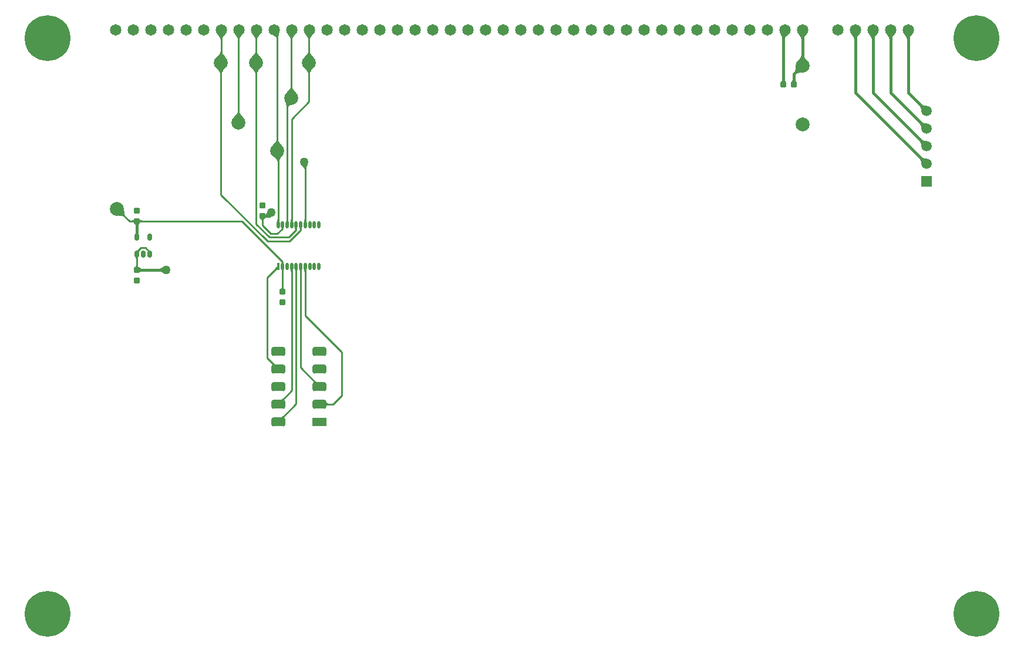
<source format=gtl>
%FSLAX23Y23*%
%MOIN*%
G70*
G01*
G75*
G04 Layer_Physical_Order=1*
G04 Layer_Color=255*
G04:AMPARAMS|DCode=10|XSize=50mil|YSize=80mil|CornerRadius=13mil|HoleSize=0mil|Usage=FLASHONLY|Rotation=90.000|XOffset=0mil|YOffset=0mil|HoleType=Round|Shape=RoundedRectangle|*
%AMROUNDEDRECTD10*
21,1,0.050,0.055,0,0,90.0*
21,1,0.025,0.080,0,0,90.0*
1,1,0.025,0.028,0.013*
1,1,0.025,0.028,-0.013*
1,1,0.025,-0.028,-0.013*
1,1,0.025,-0.028,0.013*
%
%ADD10ROUNDEDRECTD10*%
%ADD11R,0.080X0.050*%
%ADD12O,0.018X0.041*%
%ADD13R,0.018X0.041*%
G04:AMPARAMS|DCode=14|XSize=35mil|YSize=35mil|CornerRadius=5mil|HoleSize=0mil|Usage=FLASHONLY|Rotation=0.000|XOffset=0mil|YOffset=0mil|HoleType=Round|Shape=RoundedRectangle|*
%AMROUNDEDRECTD14*
21,1,0.035,0.025,0,0,0.0*
21,1,0.025,0.035,0,0,0.0*
1,1,0.011,0.012,-0.012*
1,1,0.011,-0.012,-0.012*
1,1,0.011,-0.012,0.012*
1,1,0.011,0.012,0.012*
%
%ADD14ROUNDEDRECTD14*%
G04:AMPARAMS|DCode=15|XSize=35mil|YSize=35mil|CornerRadius=5mil|HoleSize=0mil|Usage=FLASHONLY|Rotation=90.000|XOffset=0mil|YOffset=0mil|HoleType=Round|Shape=RoundedRectangle|*
%AMROUNDEDRECTD15*
21,1,0.035,0.025,0,0,90.0*
21,1,0.025,0.035,0,0,90.0*
1,1,0.011,0.012,0.012*
1,1,0.011,0.012,-0.012*
1,1,0.011,-0.012,-0.012*
1,1,0.011,-0.012,0.012*
%
%ADD15ROUNDEDRECTD15*%
G04:AMPARAMS|DCode=16|XSize=24mil|YSize=39mil|CornerRadius=6mil|HoleSize=0mil|Usage=FLASHONLY|Rotation=0.000|XOffset=0mil|YOffset=0mil|HoleType=Round|Shape=RoundedRectangle|*
%AMROUNDEDRECTD16*
21,1,0.024,0.028,0,0,0.0*
21,1,0.012,0.039,0,0,0.0*
1,1,0.012,0.006,-0.014*
1,1,0.012,-0.006,-0.014*
1,1,0.012,-0.006,0.014*
1,1,0.012,0.006,0.014*
%
%ADD16ROUNDEDRECTD16*%
%ADD17C,0.010*%
%ADD18C,0.015*%
%ADD19C,0.079*%
%ADD20C,0.065*%
%ADD21C,0.260*%
%ADD22C,0.059*%
%ADD23R,0.059X0.059*%
%ADD24C,0.050*%
G36*
X3370Y4425D02*
X3370Y4422D01*
X3370Y4421D01*
X3371Y4419D01*
X3371Y4418D01*
X3371Y4417D01*
X3372Y4415D01*
X3372Y4414D01*
X3373Y4413D01*
X3357D01*
X3357Y4414D01*
X3358Y4415D01*
X3358Y4417D01*
X3359Y4418D01*
X3359Y4419D01*
X3359Y4421D01*
X3360Y4422D01*
X3360Y4425D01*
X3360Y4427D01*
X3370D01*
X3370Y4425D01*
D02*
G37*
G36*
X2577Y4403D02*
X2575Y4402D01*
X2574Y4401D01*
X2573Y4400D01*
X2572Y4399D01*
X2572Y4397D01*
X2571Y4395D01*
X2571Y4392D01*
X2571Y4390D01*
X2570Y4387D01*
X2556D01*
X2555Y4390D01*
X2555Y4392D01*
X2555Y4395D01*
X2554Y4397D01*
X2554Y4399D01*
X2553Y4400D01*
X2552Y4401D01*
X2551Y4402D01*
X2549Y4403D01*
X2548Y4403D01*
X2578D01*
X2577Y4403D01*
D02*
G37*
G36*
X3447Y4425D02*
X3447Y4422D01*
X3447Y4421D01*
X3447Y4419D01*
X3448Y4418D01*
X3448Y4417D01*
X3449Y4415D01*
X3449Y4414D01*
X3450Y4413D01*
X3433D01*
X3434Y4414D01*
X3435Y4415D01*
X3435Y4417D01*
X3435Y4418D01*
X3436Y4419D01*
X3436Y4421D01*
X3436Y4422D01*
X3437Y4425D01*
X3437Y4427D01*
X3447D01*
X3447Y4425D01*
D02*
G37*
G36*
X3421D02*
X3421Y4422D01*
X3422Y4421D01*
X3422Y4419D01*
X3422Y4418D01*
X3423Y4417D01*
X3423Y4415D01*
X3424Y4414D01*
X3424Y4413D01*
X3408D01*
X3408Y4414D01*
X3409Y4415D01*
X3409Y4417D01*
X3410Y4418D01*
X3410Y4419D01*
X3411Y4421D01*
X3411Y4422D01*
X3411Y4425D01*
X3411Y4427D01*
X3421D01*
X3421Y4425D01*
D02*
G37*
G36*
X2570Y4363D02*
X2571Y4361D01*
X2571Y4354D01*
X2571Y4352D01*
X2572Y4351D01*
X2572Y4349D01*
X2573Y4348D01*
X2573Y4346D01*
X2574Y4345D01*
X2551D01*
X2552Y4347D01*
X2553Y4348D01*
X2553Y4350D01*
X2554Y4351D01*
X2554Y4353D01*
X2555Y4355D01*
X2555Y4359D01*
X2555Y4361D01*
X2556Y4364D01*
X2570Y4363D01*
D02*
G37*
G36*
X2580Y4255D02*
X2578Y4253D01*
X2575Y4249D01*
X2574Y4248D01*
X2573Y4246D01*
X2573Y4245D01*
X2573Y4244D01*
X2573Y4243D01*
X2573Y4243D01*
X2574Y4242D01*
X2554Y4250D01*
X2556Y4250D01*
X2558Y4251D01*
X2559Y4251D01*
X2561Y4252D01*
X2562Y4253D01*
X2563Y4253D01*
X2565Y4254D01*
X2566Y4255D01*
X2567Y4256D01*
X2568Y4258D01*
X2580Y4255D01*
D02*
G37*
G36*
X3473Y4380D02*
X3473Y4380D01*
X3472Y4380D01*
X3472Y4379D01*
X3472Y4379D01*
X3471Y4378D01*
X3471Y4377D01*
X3471Y4375D01*
X3471Y4374D01*
X3470Y4370D01*
X3460Y4371D01*
X3460Y4373D01*
X3460Y4380D01*
X3460Y4381D01*
X3460Y4382D01*
X3459Y4382D01*
X3459Y4383D01*
X3473Y4380D01*
D02*
G37*
G36*
X3500Y4382D02*
X3500Y4381D01*
X3499Y4380D01*
X3499Y4378D01*
X3499Y4377D01*
X3498Y4376D01*
X3498Y4374D01*
X3498Y4371D01*
X3498Y4369D01*
X3488D01*
X3488Y4371D01*
X3488Y4374D01*
X3487Y4376D01*
X3487Y4377D01*
X3487Y4378D01*
X3486Y4380D01*
X3486Y4381D01*
X3485Y4382D01*
X3485Y4383D01*
X3501D01*
X3500Y4382D01*
D02*
G37*
G36*
X3523Y4426D02*
X3523Y4422D01*
X3524Y4421D01*
X3524Y4420D01*
X3524Y4418D01*
X3525Y4417D01*
X3525Y4416D01*
X3526Y4414D01*
X3527Y4413D01*
X3510D01*
X3511Y4414D01*
X3511Y4415D01*
X3512Y4416D01*
X3512Y4418D01*
X3512Y4419D01*
X3513Y4420D01*
X3513Y4423D01*
X3513Y4425D01*
X3513Y4427D01*
X3523Y4427D01*
X3523Y4426D01*
D02*
G37*
G36*
X3531Y4738D02*
X3526Y4726D01*
X3525Y4724D01*
X3524Y4722D01*
X3523Y4720D01*
X3523Y4718D01*
X3523Y4717D01*
X3513Y4714D01*
X3513Y4716D01*
X3512Y4718D01*
X3512Y4720D01*
X3511Y4722D01*
X3510Y4724D01*
X3508Y4726D01*
X3506Y4727D01*
X3504Y4729D01*
X3502Y4731D01*
X3499Y4732D01*
X3533Y4741D01*
X3531Y4738D01*
D02*
G37*
G36*
X3324Y4445D02*
X3310Y4443D01*
Y4441D01*
X3307Y4441D01*
X3304Y4441D01*
X3302Y4440D01*
X3300Y4440D01*
X3298Y4439D01*
X3296Y4438D01*
X3295Y4437D01*
X3294Y4436D01*
X3294Y4435D01*
X3294Y4434D01*
Y4446D01*
X3288Y4456D01*
X3291Y4456D01*
X3293Y4456D01*
X3294Y4456D01*
Y4463D01*
X3294Y4462D01*
X3294Y4461D01*
X3295Y4460D01*
X3296Y4459D01*
X3298Y4458D01*
X3298Y4458D01*
X3298Y4458D01*
X3299Y4459D01*
X3300Y4460D01*
X3300Y4461D01*
X3300Y4462D01*
X3300Y4464D01*
X3324Y4445D01*
D02*
G37*
G36*
X3387Y4790D02*
X3375Y4773D01*
X3373Y4769D01*
X3372Y4766D01*
X3371Y4763D01*
X3370Y4761D01*
X3370Y4758D01*
X3360Y4757D01*
X3360Y4760D01*
X3359Y4763D01*
X3358Y4766D01*
X3356Y4769D01*
X3354Y4772D01*
X3351Y4775D01*
X3348Y4778D01*
X3345Y4782D01*
X3336Y4789D01*
X3391Y4795D01*
X3387Y4790D01*
D02*
G37*
G36*
X7019Y4781D02*
X7021Y4780D01*
X7024Y4779D01*
X7026Y4777D01*
X7029Y4777D01*
X7032Y4776D01*
X7035Y4775D01*
X7038Y4775D01*
X7041Y4775D01*
X7045Y4775D01*
X7015Y4745D01*
X7015Y4749D01*
X7015Y4752D01*
X7015Y4755D01*
X7014Y4758D01*
X7013Y4761D01*
X7013Y4764D01*
X7011Y4766D01*
X7010Y4769D01*
X7009Y4771D01*
X7007Y4772D01*
X7018Y4783D01*
X7019Y4781D01*
D02*
G37*
G36*
X3285Y4431D02*
X3284Y4430D01*
X3283Y4430D01*
X3283Y4429D01*
X3282Y4428D01*
X3282Y4427D01*
X3281Y4426D01*
X3281Y4424D01*
X3281Y4423D01*
X3281Y4421D01*
X3271D01*
X3271Y4423D01*
X3271Y4424D01*
X3271Y4426D01*
X3270Y4427D01*
X3270Y4428D01*
X3269Y4429D01*
X3269Y4430D01*
X3268Y4430D01*
X3267Y4431D01*
X3266Y4431D01*
X3286D01*
X3285Y4431D01*
D02*
G37*
G36*
X2545Y4425D02*
X2558Y4425D01*
Y4414D01*
X2557Y4414D01*
X2557Y4414D01*
X2555Y4414D01*
X2545Y4414D01*
Y4409D01*
X2545Y4410D01*
X2545Y4411D01*
X2545Y4412D01*
X2544Y4413D01*
X2543Y4413D01*
X2542Y4414D01*
X2540Y4414D01*
X2539Y4414D01*
X2537Y4414D01*
X2535Y4414D01*
Y4424D01*
X2537Y4425D01*
X2539Y4425D01*
X2540Y4425D01*
X2542Y4425D01*
X2543Y4426D01*
X2544Y4426D01*
X2545Y4427D01*
X2545Y4428D01*
X2545Y4429D01*
X2545Y4429D01*
Y4425D01*
D02*
G37*
G36*
X2489Y4484D02*
X2491Y4468D01*
X2491Y4464D01*
X2492Y4460D01*
X2493Y4457D01*
X2495Y4454D01*
X2496Y4451D01*
X2498Y4449D01*
X2491Y4442D01*
X2489Y4444D01*
X2486Y4445D01*
X2483Y4447D01*
X2480Y4448D01*
X2476Y4449D01*
X2472Y4449D01*
X2467Y4450D01*
X2456Y4451D01*
X2450Y4451D01*
X2489Y4490D01*
X2489Y4484D01*
D02*
G37*
G36*
X2581Y4429D02*
X2581Y4428D01*
X2581Y4427D01*
X2582Y4426D01*
X2583Y4426D01*
X2584Y4425D01*
X2586Y4425D01*
X2587Y4425D01*
X2589Y4425D01*
X2591Y4424D01*
Y4414D01*
X2589Y4414D01*
X2587Y4414D01*
X2586Y4414D01*
X2584Y4414D01*
X2583Y4413D01*
X2582Y4413D01*
X2581Y4412D01*
X2581Y4411D01*
X2581Y4410D01*
X2581Y4409D01*
Y4414D01*
X2568Y4414D01*
Y4425D01*
X2569Y4425D01*
X2569Y4425D01*
X2571Y4425D01*
X2581Y4424D01*
Y4429D01*
X2581Y4429D01*
D02*
G37*
G36*
X2631Y4256D02*
X2635Y4253D01*
X2637Y4252D01*
X2638Y4251D01*
X2639Y4250D01*
X2641Y4250D01*
X2642Y4250D01*
X2643Y4250D01*
X2644Y4250D01*
X2626Y4240D01*
X2626Y4241D01*
X2627Y4242D01*
X2627Y4243D01*
X2627Y4244D01*
X2626Y4245D01*
X2625Y4246D01*
X2624Y4248D01*
X2623Y4250D01*
X2619Y4254D01*
X2630Y4258D01*
X2631Y4256D01*
D02*
G37*
G36*
X3395Y4043D02*
X3395Y4042D01*
X3395Y4040D01*
X3396Y4039D01*
X3396Y4038D01*
X3397Y4037D01*
X3397Y4036D01*
X3398Y4036D01*
X3399Y4035D01*
X3400Y4035D01*
X3380D01*
X3381Y4035D01*
X3382Y4036D01*
X3383Y4036D01*
X3383Y4037D01*
X3384Y4038D01*
X3384Y4039D01*
X3385Y4040D01*
X3385Y4042D01*
X3385Y4043D01*
X3385Y4045D01*
X3395D01*
X3395Y4043D01*
D02*
G37*
G36*
X3342Y3611D02*
X3345Y3608D01*
X3346Y3607D01*
X3348Y3606D01*
X3349Y3606D01*
X3350Y3605D01*
X3352Y3605D01*
X3353Y3605D01*
X3354Y3605D01*
X3329Y3602D01*
X3330Y3602D01*
X3331Y3602D01*
X3332Y3603D01*
X3332Y3604D01*
X3332Y3604D01*
X3331Y3606D01*
X3331Y3607D01*
X3330Y3608D01*
X3328Y3610D01*
X3327Y3611D01*
X3340Y3612D01*
X3342Y3611D01*
D02*
G37*
G36*
X2579Y4156D02*
X2580Y4155D01*
X2581Y4154D01*
X2582Y4153D01*
X2583Y4152D01*
X2585Y4151D01*
X2587Y4151D01*
X2590Y4150D01*
X2593Y4150D01*
X2596Y4150D01*
Y4135D01*
X2593Y4135D01*
X2590Y4135D01*
X2588Y4134D01*
X2586Y4134D01*
X2584Y4133D01*
X2583Y4132D01*
X2582Y4131D01*
X2581Y4130D01*
X2580Y4129D01*
X2580Y4128D01*
X2579Y4157D01*
X2579Y4156D01*
D02*
G37*
G36*
X2710Y4125D02*
X2708Y4127D01*
X2706Y4129D01*
X2704Y4130D01*
X2702Y4131D01*
X2700Y4133D01*
X2697Y4133D01*
X2695Y4134D01*
X2693Y4135D01*
X2691Y4135D01*
X2689Y4135D01*
Y4150D01*
X2691Y4150D01*
X2693Y4150D01*
X2695Y4151D01*
X2697Y4152D01*
X2700Y4153D01*
X2702Y4154D01*
X2704Y4155D01*
X2706Y4156D01*
X2708Y4158D01*
X2710Y4160D01*
Y4125D01*
D02*
G37*
G36*
X3640Y3389D02*
X3640Y3388D01*
X3641Y3387D01*
X3641Y3387D01*
X3642Y3386D01*
X3644Y3386D01*
X3645Y3385D01*
X3646Y3385D01*
X3648Y3385D01*
X3650Y3385D01*
Y3375D01*
X3648Y3375D01*
X3646Y3375D01*
X3645Y3375D01*
X3644Y3374D01*
X3642Y3374D01*
X3641Y3373D01*
X3641Y3373D01*
X3640Y3372D01*
X3640Y3371D01*
X3640Y3370D01*
Y3390D01*
X3640Y3389D01*
D02*
G37*
G36*
X3403Y3311D02*
X3402Y3310D01*
X3400Y3308D01*
X3399Y3307D01*
X3399Y3306D01*
X3398Y3304D01*
X3398Y3304D01*
X3398Y3303D01*
X3399Y3302D01*
X3400Y3302D01*
X3401Y3302D01*
X3376Y3305D01*
X3377Y3305D01*
X3378Y3305D01*
X3380Y3305D01*
X3381Y3306D01*
X3382Y3306D01*
X3384Y3307D01*
X3385Y3308D01*
X3387Y3309D01*
X3388Y3311D01*
X3390Y3312D01*
X3403Y3311D01*
D02*
G37*
G36*
X3577Y3511D02*
X3580Y3508D01*
X3581Y3507D01*
X3583Y3506D01*
X3584Y3506D01*
X3585Y3505D01*
X3587Y3505D01*
X3588Y3505D01*
X3589Y3505D01*
X3564Y3502D01*
X3565Y3502D01*
X3566Y3502D01*
X3567Y3503D01*
X3567Y3504D01*
X3567Y3504D01*
X3566Y3506D01*
X3566Y3507D01*
X3565Y3508D01*
X3563Y3510D01*
X3562Y3511D01*
X3575Y3512D01*
X3577Y3511D01*
D02*
G37*
G36*
X3403Y3411D02*
X3402Y3410D01*
X3400Y3408D01*
X3399Y3407D01*
X3399Y3406D01*
X3398Y3404D01*
X3398Y3404D01*
X3398Y3403D01*
X3399Y3402D01*
X3400Y3402D01*
X3401Y3402D01*
X3376Y3405D01*
X3377Y3405D01*
X3378Y3405D01*
X3380Y3405D01*
X3381Y3406D01*
X3382Y3406D01*
X3384Y3407D01*
X3385Y3408D01*
X3387Y3409D01*
X3388Y3411D01*
X3390Y3412D01*
X3403Y3411D01*
D02*
G37*
G36*
X3398Y4146D02*
X3397Y4144D01*
X3397Y4143D01*
X3396Y4142D01*
X3396Y4140D01*
X3396Y4139D01*
X3395Y4137D01*
X3395Y4136D01*
X3395Y4133D01*
X3385Y4133D01*
X3385Y4135D01*
X3385Y4140D01*
X3384Y4141D01*
X3384Y4143D01*
X3384Y4144D01*
X3383Y4145D01*
X3383Y4146D01*
X3382Y4147D01*
X3399D01*
X3398Y4146D01*
D02*
G37*
G36*
X2568Y4167D02*
X2568Y4166D01*
X2568Y4164D01*
X2568Y4163D01*
X2569Y4162D01*
X2569Y4161D01*
X2570Y4160D01*
X2571Y4160D01*
X2572Y4159D01*
X2573Y4159D01*
X2568D01*
X2568Y4148D01*
X2557D01*
X2557Y4148D01*
X2557Y4149D01*
X2557Y4150D01*
X2558Y4159D01*
X2553D01*
X2554Y4159D01*
X2554Y4160D01*
X2555Y4160D01*
X2556Y4161D01*
X2556Y4162D01*
X2557Y4163D01*
X2557Y4164D01*
X2557Y4166D01*
X2558Y4167D01*
X2558Y4169D01*
X2568D01*
X2568Y4167D01*
D02*
G37*
G36*
X3356Y4141D02*
X3356Y4142D01*
X3356Y4143D01*
X3355Y4143D01*
X3355Y4143D01*
X3354Y4143D01*
X3354Y4143D01*
X3353Y4142D01*
X3352Y4141D01*
X3350Y4140D01*
X3349Y4139D01*
Y4153D01*
X3350Y4155D01*
X3352Y4156D01*
X3353Y4157D01*
X3354Y4159D01*
X3354Y4160D01*
X3355Y4162D01*
X3356Y4163D01*
X3356Y4164D01*
X3356Y4166D01*
X3356Y4167D01*
X3356Y4141D01*
D02*
G37*
G36*
X2572Y4213D02*
X2571Y4212D01*
X2570Y4212D01*
X2569Y4211D01*
X2569Y4210D01*
X2568Y4209D01*
X2568Y4207D01*
X2568Y4205D01*
X2568Y4203D01*
X2568Y4201D01*
X2558D01*
X2558Y4203D01*
X2557Y4207D01*
X2557Y4209D01*
X2556Y4210D01*
X2556Y4211D01*
X2555Y4212D01*
X2554Y4212D01*
X2554Y4213D01*
X2553Y4213D01*
X2573D01*
X2572Y4213D01*
D02*
G37*
G36*
X3394Y4187D02*
X3394Y4183D01*
X3394Y4182D01*
X3394Y4181D01*
X3395Y4181D01*
X3395Y4181D01*
X3395Y4181D01*
X3382Y4177D01*
X3382Y4178D01*
X3383Y4178D01*
X3383Y4179D01*
X3383Y4180D01*
X3383Y4181D01*
X3384Y4184D01*
X3384Y4187D01*
X3384Y4189D01*
X3394D01*
X3394Y4187D01*
D02*
G37*
G36*
X3475Y4146D02*
X3474Y4145D01*
X3474Y4143D01*
X3473Y4142D01*
X3473Y4141D01*
X3473Y4139D01*
X3472Y4138D01*
X3472Y4135D01*
X3472Y4133D01*
X3462D01*
X3462Y4135D01*
X3462Y4138D01*
X3462Y4139D01*
X3461Y4141D01*
X3461Y4142D01*
X3461Y4143D01*
X3460Y4145D01*
X3460Y4146D01*
X3459Y4147D01*
X3475D01*
X3475Y4146D01*
D02*
G37*
G36*
X3449D02*
X3449Y4145D01*
X3448Y4143D01*
X3448Y4142D01*
X3447Y4141D01*
X3447Y4139D01*
X3447Y4138D01*
X3447Y4135D01*
X3447Y4133D01*
X3437D01*
X3437Y4135D01*
X3436Y4138D01*
X3436Y4139D01*
X3436Y4141D01*
X3435Y4142D01*
X3435Y4143D01*
X3435Y4145D01*
X3434Y4146D01*
X3433Y4147D01*
X3450D01*
X3449Y4146D01*
D02*
G37*
G36*
X3526D02*
X3525Y4145D01*
X3525Y4143D01*
X3525Y4142D01*
X3524Y4141D01*
X3524Y4139D01*
X3524Y4138D01*
X3523Y4135D01*
X3523Y4133D01*
X3513D01*
X3513Y4135D01*
X3513Y4138D01*
X3513Y4139D01*
X3513Y4141D01*
X3512Y4142D01*
X3512Y4143D01*
X3511Y4145D01*
X3511Y4146D01*
X3510Y4147D01*
X3527D01*
X3526Y4146D01*
D02*
G37*
G36*
X3500D02*
X3500Y4145D01*
X3499Y4143D01*
X3499Y4142D01*
X3499Y4141D01*
X3498Y4139D01*
X3498Y4138D01*
X3498Y4135D01*
X3498Y4133D01*
X3488D01*
X3488Y4135D01*
X3488Y4138D01*
X3487Y4139D01*
X3487Y4141D01*
X3487Y4142D01*
X3486Y4143D01*
X3486Y4145D01*
X3485Y4146D01*
X3485Y4147D01*
X3501D01*
X3500Y4146D01*
D02*
G37*
G36*
X3563Y5480D02*
X3560Y5477D01*
X3554Y5471D01*
X3552Y5468D01*
X3550Y5465D01*
X3548Y5463D01*
X3547Y5460D01*
X3546Y5457D01*
X3545Y5455D01*
X3545Y5453D01*
X3535Y5453D01*
X3535Y5455D01*
X3534Y5458D01*
X3533Y5460D01*
X3532Y5463D01*
X3531Y5466D01*
X3529Y5469D01*
X3527Y5472D01*
X3521Y5479D01*
X3518Y5482D01*
X3563Y5480D01*
D02*
G37*
G36*
X3463D02*
X3460Y5477D01*
X3454Y5471D01*
X3452Y5468D01*
X3450Y5465D01*
X3448Y5463D01*
X3447Y5460D01*
X3446Y5457D01*
X3445Y5455D01*
X3445Y5453D01*
X3435Y5453D01*
X3435Y5455D01*
X3434Y5458D01*
X3433Y5460D01*
X3432Y5463D01*
X3431Y5466D01*
X3429Y5469D01*
X3427Y5472D01*
X3421Y5479D01*
X3418Y5482D01*
X3463Y5480D01*
D02*
G37*
G36*
X6361Y5478D02*
X6356Y5473D01*
X6354Y5470D01*
X6353Y5467D01*
X6351Y5464D01*
X6350Y5461D01*
X6350Y5459D01*
X6349Y5456D01*
X6349Y5453D01*
X6334D01*
X6334Y5456D01*
X6333Y5459D01*
X6333Y5461D01*
X6331Y5464D01*
X6330Y5467D01*
X6328Y5470D01*
X6326Y5473D01*
X6324Y5475D01*
X6322Y5478D01*
X6319Y5481D01*
X6364D01*
X6361Y5478D01*
D02*
G37*
G36*
X3061Y5478D02*
X3055Y5471D01*
X3053Y5468D01*
X3051Y5466D01*
X3049Y5463D01*
X3048Y5460D01*
X3047Y5458D01*
X3047Y5455D01*
X3046Y5453D01*
X3036D01*
X3036Y5455D01*
X3036Y5458D01*
X3035Y5460D01*
X3034Y5463D01*
X3032Y5466D01*
X3030Y5468D01*
X3028Y5471D01*
X3022Y5478D01*
X3019Y5481D01*
X3064D01*
X3061Y5478D01*
D02*
G37*
G36*
X6258Y5477D02*
X6255Y5474D01*
X6252Y5472D01*
X6249Y5470D01*
X6247Y5468D01*
X6245Y5466D01*
X6244Y5463D01*
X6242Y5461D01*
X6242Y5458D01*
X6241Y5455D01*
X6241Y5453D01*
X6226Y5456D01*
X6226Y5459D01*
X6225Y5461D01*
X6225Y5464D01*
X6224Y5467D01*
X6223Y5470D01*
X6220Y5476D01*
X6218Y5480D01*
X6214Y5488D01*
X6258Y5477D01*
D02*
G37*
G36*
X3545Y5380D02*
X3546Y5377D01*
X3547Y5374D01*
X3549Y5371D01*
X3551Y5368D01*
X3553Y5364D01*
X3556Y5361D01*
X3563Y5352D01*
X3568Y5348D01*
X3512D01*
X3517Y5352D01*
X3527Y5364D01*
X3529Y5368D01*
X3531Y5371D01*
X3533Y5374D01*
X3534Y5377D01*
X3535Y5380D01*
X3535Y5383D01*
X3545D01*
X3545Y5380D01*
D02*
G37*
G36*
X3263Y5480D02*
X3260Y5477D01*
X3254Y5471D01*
X3252Y5468D01*
X3250Y5465D01*
X3248Y5463D01*
X3247Y5460D01*
X3246Y5457D01*
X3245Y5455D01*
X3245Y5453D01*
X3235Y5453D01*
X3235Y5455D01*
X3234Y5458D01*
X3233Y5460D01*
X3232Y5463D01*
X3231Y5466D01*
X3229Y5469D01*
X3227Y5472D01*
X3221Y5479D01*
X3218Y5482D01*
X3263Y5480D01*
D02*
G37*
G36*
X3163D02*
X3160Y5477D01*
X3154Y5471D01*
X3152Y5468D01*
X3150Y5465D01*
X3148Y5463D01*
X3147Y5460D01*
X3146Y5457D01*
X3145Y5455D01*
X3145Y5453D01*
X3135Y5453D01*
X3135Y5455D01*
X3134Y5458D01*
X3133Y5460D01*
X3132Y5463D01*
X3131Y5466D01*
X3129Y5469D01*
X3127Y5472D01*
X3121Y5479D01*
X3118Y5482D01*
X3163Y5480D01*
D02*
G37*
G36*
X6661Y5478D02*
X6656Y5473D01*
X6654Y5470D01*
X6653Y5467D01*
X6651Y5464D01*
X6650Y5461D01*
X6650Y5459D01*
X6649Y5456D01*
X6649Y5453D01*
X6634D01*
X6634Y5456D01*
X6633Y5459D01*
X6633Y5461D01*
X6631Y5464D01*
X6630Y5467D01*
X6628Y5470D01*
X6626Y5473D01*
X6624Y5475D01*
X6622Y5478D01*
X6619Y5481D01*
X6664D01*
X6661Y5478D01*
D02*
G37*
G36*
X3245Y5498D02*
X3245Y5497D01*
X3245Y5495D01*
X3245Y5483D01*
X3235D01*
X3235Y5498D01*
X3245D01*
X3245Y5498D01*
D02*
G37*
G36*
X3145D02*
X3145Y5497D01*
X3145Y5495D01*
X3145Y5483D01*
X3135D01*
X3135Y5498D01*
X3145D01*
X3145Y5498D01*
D02*
G37*
G36*
X3545D02*
X3545Y5497D01*
X3545Y5495D01*
X3545Y5483D01*
X3535D01*
X3535Y5498D01*
X3545D01*
X3545Y5498D01*
D02*
G37*
G36*
X3445D02*
X3445Y5497D01*
X3445Y5495D01*
X3445Y5483D01*
X3435D01*
X3435Y5498D01*
X3445D01*
X3445Y5498D01*
D02*
G37*
G36*
X6861Y5478D02*
X6856Y5473D01*
X6854Y5470D01*
X6853Y5467D01*
X6851Y5464D01*
X6850Y5461D01*
X6850Y5459D01*
X6849Y5456D01*
X6849Y5453D01*
X6834D01*
X6834Y5456D01*
X6833Y5459D01*
X6833Y5461D01*
X6831Y5464D01*
X6830Y5467D01*
X6828Y5470D01*
X6826Y5473D01*
X6824Y5475D01*
X6822Y5478D01*
X6819Y5481D01*
X6864D01*
X6861Y5478D01*
D02*
G37*
G36*
X6761D02*
X6756Y5473D01*
X6754Y5470D01*
X6753Y5467D01*
X6751Y5464D01*
X6750Y5461D01*
X6750Y5459D01*
X6749Y5456D01*
X6749Y5453D01*
X6734D01*
X6734Y5456D01*
X6733Y5459D01*
X6733Y5461D01*
X6731Y5464D01*
X6730Y5467D01*
X6728Y5470D01*
X6726Y5473D01*
X6724Y5475D01*
X6722Y5478D01*
X6719Y5481D01*
X6764D01*
X6761Y5478D01*
D02*
G37*
G36*
X3365Y5463D02*
X3355Y5456D01*
X3355Y5458D01*
X3354Y5461D01*
X3353Y5463D01*
X3352Y5465D01*
X3350Y5467D01*
X3348Y5468D01*
X3346Y5470D01*
X3343Y5471D01*
X3340Y5472D01*
X3336Y5473D01*
X3373Y5496D01*
X3365Y5463D01*
D02*
G37*
G36*
X6961Y5478D02*
X6956Y5473D01*
X6954Y5470D01*
X6953Y5467D01*
X6951Y5464D01*
X6950Y5461D01*
X6950Y5459D01*
X6949Y5456D01*
X6949Y5453D01*
X6934D01*
X6934Y5456D01*
X6933Y5459D01*
X6933Y5461D01*
X6931Y5464D01*
X6930Y5467D01*
X6928Y5470D01*
X6926Y5473D01*
X6924Y5475D01*
X6922Y5478D01*
X6919Y5481D01*
X6964D01*
X6961Y5478D01*
D02*
G37*
G36*
X3245Y5380D02*
X3246Y5377D01*
X3247Y5374D01*
X3249Y5371D01*
X3251Y5368D01*
X3253Y5364D01*
X3256Y5361D01*
X3263Y5352D01*
X3268Y5348D01*
X3212D01*
X3217Y5352D01*
X3227Y5364D01*
X3229Y5368D01*
X3231Y5371D01*
X3233Y5374D01*
X3234Y5377D01*
X3235Y5380D01*
X3235Y5383D01*
X3245D01*
X3245Y5380D01*
D02*
G37*
G36*
X3445Y5081D02*
X3440Y5080D01*
X3436Y5079D01*
X3433Y5078D01*
X3430Y5076D01*
X3427Y5075D01*
X3425Y5073D01*
X3423Y5070D01*
X3422Y5068D01*
X3421Y5065D01*
X3421Y5062D01*
X3411Y5070D01*
X3411Y5071D01*
X3411Y5072D01*
X3402Y5111D01*
X3445Y5081D01*
D02*
G37*
G36*
X7019Y5081D02*
X7021Y5080D01*
X7024Y5079D01*
X7026Y5077D01*
X7029Y5077D01*
X7032Y5076D01*
X7035Y5075D01*
X7038Y5075D01*
X7041Y5075D01*
X7045Y5075D01*
X7015Y5045D01*
X7015Y5049D01*
X7015Y5052D01*
X7015Y5055D01*
X7014Y5058D01*
X7013Y5061D01*
X7013Y5064D01*
X7011Y5066D01*
X7010Y5069D01*
X7009Y5071D01*
X7007Y5072D01*
X7018Y5083D01*
X7019Y5081D01*
D02*
G37*
G36*
X6241Y5226D02*
X6241Y5223D01*
X6242Y5221D01*
X6242Y5219D01*
X6243Y5217D01*
X6244Y5215D01*
X6245Y5214D01*
X6246Y5213D01*
X6247Y5213D01*
X6248Y5213D01*
X6219D01*
X6220Y5213D01*
X6221Y5213D01*
X6222Y5214D01*
X6223Y5215D01*
X6224Y5217D01*
X6225Y5219D01*
X6225Y5221D01*
X6226Y5223D01*
X6226Y5226D01*
X6226Y5229D01*
X6241D01*
X6241Y5226D01*
D02*
G37*
G36*
X3445Y5180D02*
X3446Y5177D01*
X3447Y5174D01*
X3449Y5171D01*
X3451Y5168D01*
X3453Y5164D01*
X3456Y5161D01*
X3463Y5152D01*
X3468Y5148D01*
X3412D01*
X3417Y5152D01*
X3427Y5164D01*
X3429Y5168D01*
X3431Y5171D01*
X3433Y5174D01*
X3434Y5177D01*
X3435Y5180D01*
X3435Y5183D01*
X3445D01*
X3445Y5180D01*
D02*
G37*
G36*
X3365Y4880D02*
X3366Y4877D01*
X3367Y4874D01*
X3369Y4871D01*
X3371Y4868D01*
X3373Y4864D01*
X3376Y4861D01*
X3383Y4852D01*
X3388Y4848D01*
X3332D01*
X3337Y4852D01*
X3347Y4864D01*
X3349Y4868D01*
X3351Y4871D01*
X3353Y4874D01*
X3354Y4877D01*
X3355Y4880D01*
X3355Y4883D01*
X3365D01*
X3365Y4880D01*
D02*
G37*
G36*
X7019Y4881D02*
X7021Y4880D01*
X7024Y4879D01*
X7026Y4877D01*
X7029Y4877D01*
X7032Y4876D01*
X7035Y4875D01*
X7038Y4875D01*
X7041Y4875D01*
X7045Y4875D01*
X7015Y4845D01*
X7015Y4849D01*
X7015Y4852D01*
X7015Y4855D01*
X7014Y4858D01*
X7013Y4861D01*
X7013Y4864D01*
X7011Y4866D01*
X7010Y4869D01*
X7009Y4871D01*
X7007Y4872D01*
X7018Y4883D01*
X7019Y4881D01*
D02*
G37*
G36*
X3145Y5040D02*
X3146Y5037D01*
X3147Y5034D01*
X3149Y5031D01*
X3151Y5028D01*
X3153Y5024D01*
X3156Y5021D01*
X3163Y5012D01*
X3168Y5008D01*
X3112D01*
X3117Y5012D01*
X3127Y5024D01*
X3129Y5028D01*
X3131Y5031D01*
X3133Y5034D01*
X3134Y5037D01*
X3135Y5040D01*
X3135Y5043D01*
X3145D01*
X3145Y5040D01*
D02*
G37*
G36*
X7019Y4981D02*
X7021Y4980D01*
X7024Y4979D01*
X7026Y4977D01*
X7029Y4977D01*
X7032Y4976D01*
X7035Y4975D01*
X7038Y4975D01*
X7041Y4975D01*
X7045Y4975D01*
X7015Y4945D01*
X7015Y4949D01*
X7015Y4952D01*
X7015Y4955D01*
X7014Y4958D01*
X7013Y4961D01*
X7013Y4964D01*
X7011Y4966D01*
X7010Y4969D01*
X7009Y4971D01*
X7007Y4972D01*
X7018Y4983D01*
X7019Y4981D01*
D02*
G37*
G36*
X6300Y5226D02*
X6300Y5223D01*
X6301Y5221D01*
X6301Y5219D01*
X6302Y5217D01*
X6303Y5215D01*
X6304Y5214D01*
X6305Y5213D01*
X6306Y5213D01*
X6307Y5213D01*
X6278D01*
X6279Y5213D01*
X6280Y5213D01*
X6281Y5214D01*
X6282Y5215D01*
X6283Y5217D01*
X6284Y5219D01*
X6284Y5221D01*
X6285Y5223D01*
X6285Y5226D01*
X6285Y5229D01*
X6300D01*
X6300Y5226D01*
D02*
G37*
G36*
X3047Y5327D02*
X3036D01*
X3036Y5327D01*
X3036Y5327D01*
X3036Y5329D01*
X3036Y5342D01*
X3046D01*
X3047Y5327D01*
D02*
G37*
G36*
X3045Y5314D02*
X3045Y5314D01*
X3045Y5312D01*
X3045Y5299D01*
X3035D01*
X3035Y5315D01*
X3045D01*
X3045Y5314D01*
D02*
G37*
G36*
X3046Y5382D02*
X3047Y5380D01*
X3047Y5377D01*
X3048Y5374D01*
X3050Y5371D01*
X3052Y5368D01*
X3054Y5364D01*
X3061Y5356D01*
X3064Y5352D01*
X3069Y5347D01*
X3013Y5349D01*
X3018Y5353D01*
X3025Y5361D01*
X3028Y5365D01*
X3031Y5368D01*
X3033Y5371D01*
X3034Y5374D01*
X3035Y5377D01*
X3036Y5380D01*
X3036Y5383D01*
X3046Y5382D01*
D02*
G37*
G36*
X6349Y5362D02*
X6350Y5359D01*
X6351Y5356D01*
X6352Y5353D01*
X6354Y5350D01*
X6356Y5346D01*
X6359Y5343D01*
X6362Y5339D01*
X6369Y5332D01*
X6314Y5331D01*
X6318Y5335D01*
X6324Y5342D01*
X6327Y5346D01*
X6329Y5349D01*
X6331Y5353D01*
X6332Y5356D01*
X6333Y5359D01*
X6334Y5362D01*
X6334Y5365D01*
X6349Y5365D01*
X6349Y5362D01*
D02*
G37*
G36*
X3063Y5288D02*
X3053Y5276D01*
X3051Y5272D01*
X3049Y5269D01*
X3047Y5266D01*
X3046Y5263D01*
X3045Y5260D01*
X3045Y5257D01*
X3035D01*
X3035Y5260D01*
X3034Y5263D01*
X3033Y5266D01*
X3031Y5269D01*
X3029Y5272D01*
X3027Y5276D01*
X3024Y5279D01*
X3017Y5288D01*
X3012Y5292D01*
X3068D01*
X3063Y5288D01*
D02*
G37*
G36*
X6342Y5264D02*
X6336Y5264D01*
X6326Y5263D01*
X6322Y5262D01*
X6318Y5261D01*
X6314Y5260D01*
X6311Y5259D01*
X6308Y5257D01*
X6305Y5256D01*
X6303Y5254D01*
X6293Y5264D01*
X6295Y5266D01*
X6296Y5269D01*
X6298Y5272D01*
X6299Y5275D01*
X6300Y5279D01*
X6301Y5283D01*
X6302Y5287D01*
X6302Y5292D01*
X6303Y5303D01*
X6342Y5264D01*
D02*
G37*
G36*
X3563Y5288D02*
X3553Y5276D01*
X3551Y5272D01*
X3549Y5269D01*
X3547Y5266D01*
X3546Y5263D01*
X3545Y5260D01*
X3545Y5257D01*
X3535D01*
X3535Y5260D01*
X3534Y5263D01*
X3533Y5266D01*
X3531Y5269D01*
X3529Y5272D01*
X3527Y5276D01*
X3524Y5279D01*
X3517Y5288D01*
X3512Y5292D01*
X3568D01*
X3563Y5288D01*
D02*
G37*
G36*
X3263D02*
X3253Y5276D01*
X3251Y5272D01*
X3249Y5269D01*
X3247Y5266D01*
X3246Y5263D01*
X3245Y5260D01*
X3245Y5257D01*
X3235D01*
X3235Y5260D01*
X3234Y5263D01*
X3233Y5266D01*
X3231Y5269D01*
X3229Y5272D01*
X3227Y5276D01*
X3224Y5279D01*
X3217Y5288D01*
X3212Y5292D01*
X3268D01*
X3263Y5288D01*
D02*
G37*
D10*
X3365Y3280D02*
D03*
Y3380D02*
D03*
Y3480D02*
D03*
Y3580D02*
D03*
Y3680D02*
D03*
X3600D02*
D03*
Y3580D02*
D03*
Y3480D02*
D03*
Y3380D02*
D03*
D11*
Y3280D02*
D03*
D12*
X3493Y4398D02*
D03*
X3467D02*
D03*
X3442D02*
D03*
X3416D02*
D03*
X3390D02*
D03*
X3365D02*
D03*
X3518D02*
D03*
X3544D02*
D03*
X3570D02*
D03*
X3595D02*
D03*
Y4162D02*
D03*
X3570D02*
D03*
X3544D02*
D03*
X3518D02*
D03*
X3493D02*
D03*
X3467D02*
D03*
X3442D02*
D03*
X3416D02*
D03*
X3390D02*
D03*
D13*
X3365D02*
D03*
D14*
X3277Y4508D02*
D03*
Y4448D02*
D03*
X3390Y3958D02*
D03*
Y4018D02*
D03*
X2563Y4479D02*
D03*
Y4419D02*
D03*
Y4082D02*
D03*
Y4142D02*
D03*
D15*
X6233Y5196D02*
D03*
X6293D02*
D03*
D16*
X2563Y4329D02*
D03*
X2637D02*
D03*
Y4231D02*
D03*
X2600Y4231D02*
D03*
X2563Y4231D02*
D03*
D17*
X3725Y3429D02*
Y3676D01*
X3676Y3380D02*
X3725Y3429D01*
X3600Y3380D02*
X3676D01*
X3518Y3883D02*
X3725Y3676D01*
X2637Y4230D02*
Y4243D01*
X2563Y4143D02*
Y4231D01*
Y4142D02*
Y4143D01*
X2613Y4267D02*
X2637Y4243D01*
X2585Y4267D02*
X2613D01*
X2563Y4245D02*
X2585Y4267D01*
X2563Y4231D02*
Y4245D01*
Y4142D02*
X2563Y4142D01*
X3276Y4394D02*
Y4441D01*
Y4394D02*
X3322Y4348D01*
X3389Y4396D02*
X3390Y4398D01*
X3389Y4376D02*
Y4396D01*
X3360Y4348D02*
X3389Y4376D01*
X3322Y4348D02*
X3360D01*
X3314Y4328D02*
X3424D01*
X3240Y4402D02*
X3314Y4328D01*
X3240Y4402D02*
Y5320D01*
X3040Y4570D02*
X3306Y4304D01*
X3040Y4570D02*
Y5320D01*
X3306Y4304D02*
X3428D01*
X3158Y4419D02*
X3389Y4189D01*
X2563Y4419D02*
X3158D01*
X3428Y4304D02*
X3493Y4369D01*
X3518Y4398D02*
X3518Y4398D01*
X3518Y4398D02*
Y4748D01*
X3512Y4754D02*
X3518Y4748D01*
X3465Y4396D02*
X3467Y4398D01*
X3465Y4370D02*
Y4396D01*
X3424Y4328D02*
X3465Y4370D01*
X3493Y4369D02*
Y4398D01*
X3303Y4100D02*
X3365Y4162D01*
X3303Y3642D02*
Y4100D01*
Y3642D02*
X3365Y3580D01*
X3442Y3457D02*
Y4162D01*
X3365Y3380D02*
X3442Y3457D01*
X3467Y3382D02*
Y4162D01*
X3365Y3280D02*
X3467Y3382D01*
X3518Y3883D02*
Y4162D01*
X3493Y3587D02*
Y4162D01*
Y3587D02*
X3600Y3480D01*
X3389Y4164D02*
X3390Y4162D01*
X3390Y4018D02*
Y4161D01*
X3540Y5097D02*
Y5320D01*
X3442Y4999D02*
X3540Y5097D01*
X3442Y4398D02*
Y4999D01*
X3416Y5096D02*
X3440Y5120D01*
X3416Y4398D02*
Y5096D01*
X3365Y4398D02*
Y4815D01*
X3360Y4820D02*
X3365Y4815D01*
X3389Y4164D02*
Y4189D01*
X2521Y4419D02*
X2563D01*
X2450Y4490D02*
X2521Y4419D01*
X3140Y4980D02*
Y5503D01*
X3360Y4820D02*
Y5486D01*
X3440Y5120D02*
Y5503D01*
X3540Y5320D02*
Y5503D01*
X3240Y5320D02*
Y5503D01*
X3041Y5321D02*
Y5505D01*
D18*
X3314Y4448D02*
X3336Y4470D01*
X2563Y4143D02*
X2728D01*
X3277Y4448D02*
X3314D01*
X3324Y4470D02*
X3336D01*
X2563Y4329D02*
X2563Y4330D01*
Y4419D01*
X6293Y5196D02*
Y5254D01*
X6342Y5303D01*
X6341Y5304D02*
X6342Y5303D01*
X6341Y5304D02*
Y5505D01*
X3140Y5503D02*
X3141Y5505D01*
X3341D02*
X3360Y5486D01*
X3440Y5503D02*
X3441Y5505D01*
X3540Y5503D02*
X3541Y5505D01*
X3240Y5503D02*
X3241Y5505D01*
X3040Y5320D02*
X3041Y5321D01*
X6233Y5196D02*
Y5497D01*
X6241Y5505D01*
X6250Y5496D01*
X6641Y5149D02*
Y5505D01*
Y5149D02*
X7045Y4745D01*
X6741Y5149D02*
Y5505D01*
Y5149D02*
X7045Y4845D01*
X6841Y5149D02*
Y5505D01*
Y5149D02*
X7045Y4945D01*
X6941Y5149D02*
Y5505D01*
Y5149D02*
X7045Y5045D01*
D19*
X2450Y4490D02*
D03*
X6342Y4968D02*
D03*
Y5303D02*
D03*
X3360Y4820D02*
D03*
X3140Y4980D02*
D03*
X3040Y5320D02*
D03*
X3240D02*
D03*
X3440Y5120D02*
D03*
X3540Y5320D02*
D03*
D20*
X6341Y5505D02*
D03*
X6841D02*
D03*
X6941D02*
D03*
X6741D02*
D03*
X6641D02*
D03*
X6541D02*
D03*
X6241D02*
D03*
X6141D02*
D03*
X6041D02*
D03*
X5941D02*
D03*
X5841D02*
D03*
X5741D02*
D03*
X5641D02*
D03*
X5541D02*
D03*
X5441D02*
D03*
X5341D02*
D03*
X5241D02*
D03*
X5141D02*
D03*
X5041D02*
D03*
X4941D02*
D03*
X4841D02*
D03*
X4741D02*
D03*
X4641D02*
D03*
X4541D02*
D03*
X4441D02*
D03*
X4341D02*
D03*
X4241D02*
D03*
X4141D02*
D03*
X4041D02*
D03*
X3941D02*
D03*
X3841D02*
D03*
X3741D02*
D03*
X3641D02*
D03*
X3541D02*
D03*
X3441D02*
D03*
X3341D02*
D03*
X3241D02*
D03*
X3141D02*
D03*
X3041D02*
D03*
X2941D02*
D03*
X2841D02*
D03*
X2741D02*
D03*
X2641D02*
D03*
X2541D02*
D03*
X2441D02*
D03*
D21*
X2054Y5458D02*
D03*
X7330D02*
D03*
X2054Y2190D02*
D03*
X7330D02*
D03*
D22*
X7045Y5045D02*
D03*
Y4945D02*
D03*
Y4845D02*
D03*
Y4745D02*
D03*
D23*
Y4645D02*
D03*
D24*
X2728Y4143D02*
D03*
X3324Y4470D02*
D03*
X3512Y4754D02*
D03*
M02*

</source>
